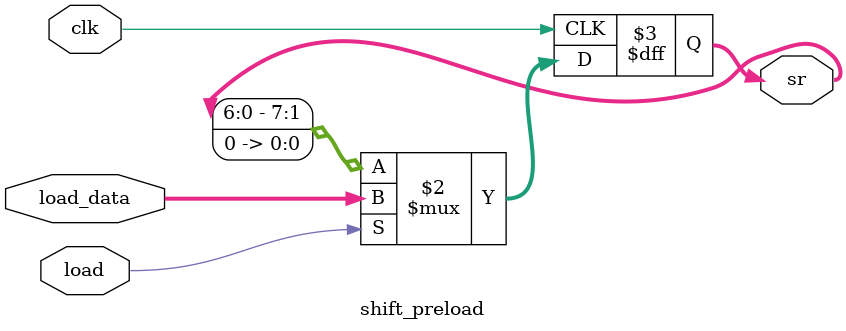
<source format=sv>
module shift_preload #(parameter WIDTH=8) (
    input clk, load,
    input [WIDTH-1:0] load_data,
    output reg [WIDTH-1:0] sr
);
always @(posedge clk) begin
    sr <= load ? load_data : {sr[WIDTH-2:0], 1'b0};
end
endmodule

</source>
